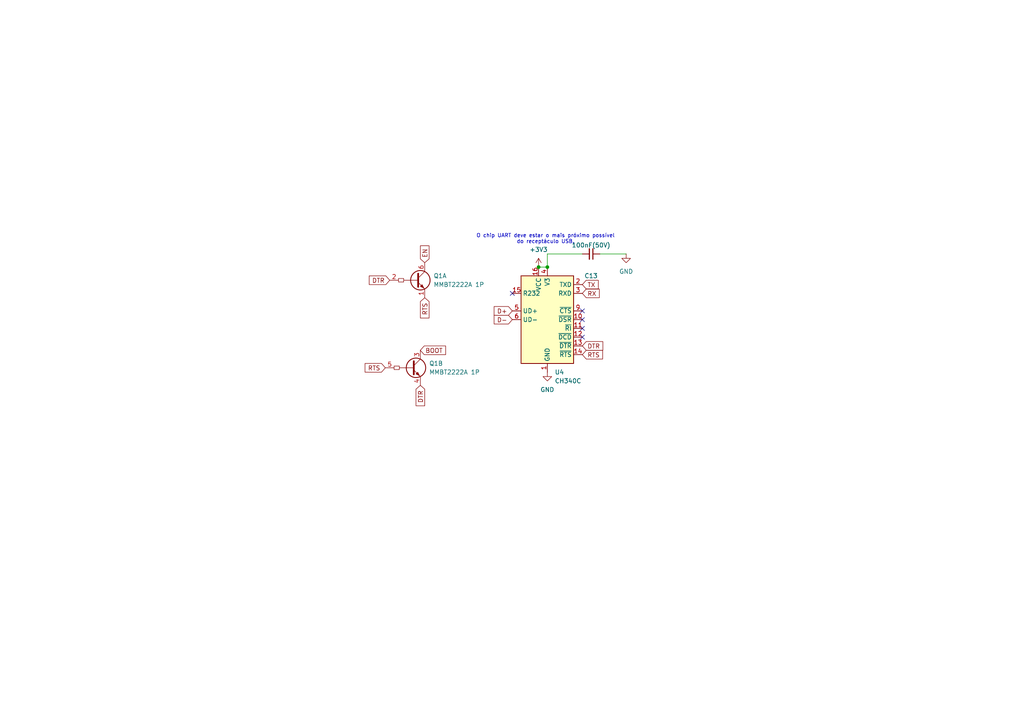
<source format=kicad_sch>
(kicad_sch (version 20250114) (generator "eeschema") (generator_version "9.0")
  (paper "A4")
  (lib_symbols
    (symbol "Device:C_Small" (pin_numbers (hide yes)) (pin_names (offset 0.254) (hide yes))
      (property "Reference" "C" (at 0.254 1.778 0))
      (property "Value" "C_Small" (at 0.254 -2.032 0))
      (symbol "C_Small_0_1"
        (polyline (pts (xy -1.524 0.508) (xy 1.524 0.508)) (stroke (width 0.3048)))
        (polyline (pts (xy -1.524 -0.508) (xy 1.524 -0.508)) (stroke (width 0.3302)))
      )
      (symbol "C_Small_1_1"
        (pin passive line (at 0 2.54 270) (length 2.032) (name "~") (number "1"))
        (pin passive line (at 0 -2.54 90) (length 2.032) (name "~") (number "2"))
      )
    )
    (symbol "Interface_USB:CH340C"
      (property "Reference" "U" (at -5.08 13.97 0))
      (property "Value" "CH340C" (at 1.27 13.97 0))
      (symbol "CH340C_0_1"
        (rectangle (start -7.62 12.7) (end 7.62 -12.7) (stroke (width 0.254)) (fill (type background)))
      )
      (symbol "CH340C_1_1"
        (pin input line (at -10.16 7.62 0) (length 2.54) (name "R232") (number "15"))
        (pin bidirectional line (at -10.16 2.54 0) (length 2.54) (name "UD+") (number "5"))
        (pin bidirectional line (at -10.16 0 0) (length 2.54) (name "UD-") (number "6"))
        (pin no_connect line (at -7.62 -5.08 0) (length 2.54) (hide yes) (name "NC") (number "7"))
        (pin no_connect line (at -7.62 -7.62 0) (length 2.54) (hide yes) (name "NC") (number "8"))
        (pin power_in line (at -2.54 15.24 270) (length 2.54) (name "VCC") (number "16"))
        (pin power_out line (at 0 15.24 270) (length 2.54) (name "V3") (number "4"))
        (pin power_in line (at 0 -15.24 90) (length 2.54) (name "GND") (number "1"))
        (pin output line (at 10.16 10.16 180) (length 2.54) (name "TXD") (number "2"))
        (pin input line (at 10.16 7.62 180) (length 2.54) (name "RXD") (number "3"))
        (pin input line (at 10.16 2.54 180) (length 2.54) (name "~{CTS}") (number "9"))
        (pin input line (at 10.16 0 180) (length 2.54) (name "~{DSR}") (number "10"))
        (pin input line (at 10.16 -2.54 180) (length 2.54) (name "~{RI}") (number "11"))
        (pin input line (at 10.16 -5.08 180) (length 2.54) (name "~{DCD}") (number "12"))
        (pin output line (at 10.16 -7.62 180) (length 2.54) (name "~{DTR}") (number "13"))
        (pin output line (at 10.16 -10.16 180) (length 2.54) (name "~{RTS}") (number "14"))
      )
    )
    (symbol "Transistor_BJT:UMH3N" (pin_names (hide yes))
      (property "Reference" "Q" (at 7.62 1.27 0))
      (property "Value" "UMH3N" (at 7.62 -1.27 0))
      (symbol "UMH3N_0_1"
        (rectangle (start -6.35 0.508) (end -4.826 -0.508))
        (polyline (pts (xy -0.762 0) (xy -4.826 0)))
        (polyline (pts (xy -0.635 1.905) (xy -0.635 -1.905)) (stroke (width 0.508)))
        (polyline (pts (xy -0.635 0.635) (xy 1.27 2.54)))
        (polyline (pts (xy -0.635 -0.635) (xy 1.27 -2.54)))
        (polyline (pts (xy 0 -1.778) (xy 0.508 -1.27) (xy 1.016 -2.286) (xy 0 -1.778)) (fill (type outline)))
      )
      (symbol "UMH3N_1_1"
        (circle (center 0 0) (radius 2.8194) (stroke (width 0.254)))
        (pin input line (at -8.89 0 0) (length 2.54) (name "B1") (number "2"))
        (pin passive line (at 1.27 5.08 270) (length 2.54) (name "C1") (number "6"))
        (pin passive line (at 1.27 -5.08 90) (length 2.54) (name "E1") (number "1"))
      )
      (symbol "UMH3N_2_1"
        (circle (center 0 0) (radius 2.8194) (stroke (width 0.254)))
        (pin input line (at -8.89 0 0) (length 2.54) (name "B2") (number "5"))
        (pin passive line (at 1.27 5.08 270) (length 2.54) (name "C2") (number "3"))
        (pin passive line (at 1.27 -5.08 90) (length 2.54) (name "E2") (number "4"))
      )
    )
    (symbol "power:+3V3" (power) (pin_numbers (hide yes)) (pin_names (offset 0) (hide yes))
      (property "Value" "+3V3" (at 0 3.556 0))
      (symbol "+3V3_0_1"
        (polyline (pts (xy -0.762 1.27) (xy 0 2.54)))
        (polyline (pts (xy 0 2.54) (xy 0.762 1.27)))
        (polyline (pts (xy 0 0) (xy 0 2.54)))
      )
      (symbol "+3V3_1_1"
        (pin power_in line (at 0 0 90) (length 0) (name "~") (number "1"))
      )
    )
    (symbol "power:GND" (power) (pin_numbers (hide yes)) (pin_names (offset 0) (hide yes))
      (property "Value" "GND" (at 0 -3.81 0))
      (symbol "GND_0_1"
        (polyline (pts (xy 0 0) (xy 0 -1.27) (xy 1.27 -1.27) (xy 0 -2.54) (xy -1.27 -1.27) (xy 0 -1.27)))
      )
      (symbol "GND_1_1"
        (pin power_in line (at 0 0 270) (length 0) (name "~") (number "1"))
      )
    )
  )
  (text "O chip UART deve estar o mais próximo possível\ndo receptáculo USB." (at 158.242 69.342 0) (effects (font (size 1.0668 1.0668))))
  (junction (at 158.75 77.47))
  (junction (at 156.21 77.47))
  (no_connect (at 168.91 97.79))
  (no_connect (at 168.91 95.25))
  (no_connect (at 148.59 85.09))
  (no_connect (at 168.91 92.71))
  (no_connect (at 168.91 90.17))
  (wire (pts (xy 158.75 73.66) (xy 168.91 73.66)))
  (wire (pts (xy 181.61 73.66) (xy 173.99 73.66)))
  (wire (pts (xy 158.75 77.47) (xy 158.75 73.66)))
  (wire (pts (xy 156.21 77.47) (xy 158.75 77.47)))
  (global_label "D-" (shape input) (at 148.59 92.71 180) (property "Intersheetrefs" "${INTERSHEET_REFS}" (effects (hide yes))))
  (global_label "RX" (shape input) (at 168.91 85.09 0) (property "Intersheetrefs" "${INTERSHEET_REFS}" (effects (hide yes))))
  (global_label "TX" (shape input) (at 168.91 82.55 0) (property "Intersheetrefs" "${INTERSHEET_REFS}" (effects (hide yes))))
  (global_label "RTS" (shape input) (at 111.76 106.68 180) (property "Intersheetrefs" "${INTERSHEET_REFS}" (effects (hide yes))))
  (global_label "BOOT" (shape input) (at 121.92 101.6 0) (property "Intersheetrefs" "${INTERSHEET_REFS}" (effects (hide yes))))
  (global_label "EN" (shape input) (at 123.19 76.2 90) (property "Intersheetrefs" "${INTERSHEET_REFS}" (effects (hide yes))))
  (global_label "RTS" (shape input) (at 168.91 102.87 0) (property "Intersheetrefs" "${INTERSHEET_REFS}" (effects (hide yes))))
  (global_label "DTR" (shape input) (at 113.03 81.28 180) (property "Intersheetrefs" "${INTERSHEET_REFS}" (effects (hide yes))))
  (global_label "DTR" (shape input) (at 121.92 111.76 270) (property "Intersheetrefs" "${INTERSHEET_REFS}" (effects (hide yes))))
  (global_label "DTR" (shape input) (at 168.91 100.33 0) (property "Intersheetrefs" "${INTERSHEET_REFS}" (effects (hide yes))))
  (global_label "D+" (shape input) (at 148.59 90.17 180) (property "Intersheetrefs" "${INTERSHEET_REFS}" (effects (hide yes))))
  (global_label "RTS" (shape input) (at 123.19 86.36 270) (property "Intersheetrefs" "${INTERSHEET_REFS}" (effects (hide yes))))
  (symbol (lib_id "Transistor_BJT:UMH3N") (at 120.65 106.68 0) (unit 2)
    (property "Reference" "Q1" (at 124.46 105.4099 0) (effects (justify left)))
    (property "Value" "MMBT2222A 1P" (at 124.46 107.9499 0) (effects (justify left)))
    (property "Footprint" "Package_TO_SOT_SMD:SOT-23" (effects (hide yes)))
    (property "Datasheet" "http://rohmfs.rohm.com/en/products/databook/datasheet/discrete/transistor/digital/emh3t2r-e.pdf" (effects (hide yes)))
    (property "Description" "0.1A Ic, 50V Vce, Dual NPN Input Resistor Transistors, SOT-363" (effects (hide yes)))
    (property "LCSC" " C8512" (effects (hide yes)))
    (property "BASIC" "x" (effects (hide yes)))
  )
  (symbol (lib_id "power:+3V3") (at 156.21 77.47 0) (unit 1)
    (property "Reference" "#PWR01" (effects (hide yes)))
    (property "Value" "+3V3" (at 156.21 72.39 0))
    (property "Description" "Power symbol creates a global label with name \"+3V3\"" (effects (hide yes)))
  )
  (symbol (lib_id "Transistor_BJT:UMH3N") (at 121.92 81.28 0) (unit 1)
    (property "Reference" "Q1" (at 125.73 80.0099 0) (effects (justify left)))
    (property "Value" "MMBT2222A 1P" (at 125.73 82.5499 0) (effects (justify left)))
    (property "Footprint" "Package_TO_SOT_SMD:SOT-23" (effects (hide yes)))
    (property "Datasheet" "http://rohmfs.rohm.com/en/products/databook/datasheet/discrete/transistor/digital/emh3t2r-e.pdf" (effects (hide yes)))
    (property "Description" "0.1A Ic, 50V Vce, Dual NPN Input Resistor Transistors, SOT-363" (effects (hide yes)))
    (property "LCSC" " C8512" (effects (hide yes)))
    (property "BASIC" "x" (effects (hide yes)))
  )
  (symbol (lib_id "power:GND") (at 181.61 73.66 0) (unit 1)
    (property "Reference" "#PWR02" (effects (hide yes)))
    (property "Value" "GND" (at 181.61 78.74 0))
    (property "Description" "Power symbol creates a global label with name \"GND\" , ground" (effects (hide yes)))
  )
  (symbol (lib_id "power:GND") (at 158.75 107.95 0) (unit 1)
    (property "Reference" "#PWR023" (effects (hide yes)))
    (property "Value" "GND" (at 158.75 113.03 0))
    (property "Description" "Power symbol creates a global label with name \"GND\" , ground" (effects (hide yes)))
  )
  (symbol (lib_id "Device:C_Small") (at 171.45 73.66 270) (mirror x) (unit 1)
    (property "Reference" "C13" (at 171.4437 80.01 90))
    (property "Value" "100nF(50V)" (at 171.45 71.12 90))
    (property "Footprint" "Capacitor_SMD:C_0402_1005Metric" (effects (hide yes)))
    (property "Description" "Unpolarized capacitor, small symbol" (effects (hide yes)))
    (property "LCSC" "C307331" (effects (hide yes)))
    (property "BASIC" "x" (effects (hide yes)))
  )
  (symbol (lib_id "Interface_USB:CH340C") (at 158.75 92.71 0) (unit 1)
    (property "Reference" "U4" (at 160.8933 107.95 0) (effects (justify left)))
    (property "Value" "CH340C" (at 160.8933 110.49 0) (effects (justify left)))
    (property "Footprint" "Package_SO:SOIC-16_3.9x9.9mm_P1.27mm" (effects (hide yes)))
    (property "Datasheet" "https://datasheet.lcsc.com/szlcsc/Jiangsu-Qin-Heng-CH340C_C84681.pdf" (effects (hide yes)))
    (property "Description" "USB serial converter, crystal-less, UART, SOIC-16" (effects (hide yes)))
    (property "LCSC" "C84681" (effects (hide yes)))
    (property "BASIC" "NA" (effects (hide yes)))
  )
)
</source>
